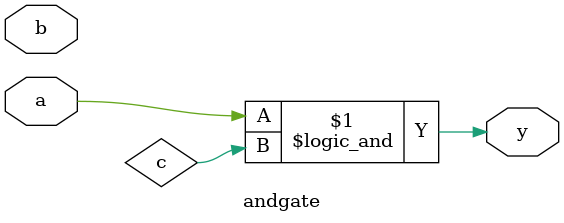
<source format=v>
`timescale 10ns/1ps
module andgate(a,b,y);
input a,b;
output y;

assign y= a&&c;

endmodule

</source>
